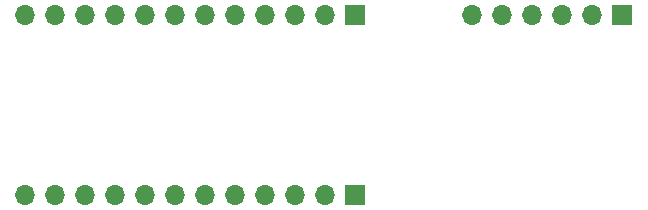
<source format=gbr>
%TF.GenerationSoftware,KiCad,Pcbnew,(6.0.0-0)*%
%TF.CreationDate,2022-07-05T21:18:16-04:00*%
%TF.ProjectId,VGA,5647412e-6b69-4636-9164-5f7063625858,rev?*%
%TF.SameCoordinates,Original*%
%TF.FileFunction,Soldermask,Bot*%
%TF.FilePolarity,Negative*%
%FSLAX46Y46*%
G04 Gerber Fmt 4.6, Leading zero omitted, Abs format (unit mm)*
G04 Created by KiCad (PCBNEW (6.0.0-0)) date 2022-07-05 21:18:16*
%MOMM*%
%LPD*%
G01*
G04 APERTURE LIST*
%ADD10R,1.700000X1.700000*%
%ADD11O,1.700000X1.700000*%
G04 APERTURE END LIST*
D10*
%TO.C,J1*%
X135636000Y-85598000D03*
D11*
X133096000Y-85598000D03*
X130556000Y-85598000D03*
X128016000Y-85598000D03*
X125476000Y-85598000D03*
X122936000Y-85598000D03*
X120396000Y-85598000D03*
X117856000Y-85598000D03*
X115316000Y-85598000D03*
X112776000Y-85598000D03*
X110236000Y-85598000D03*
X107696000Y-85598000D03*
%TD*%
D10*
%TO.C,J2*%
X135636000Y-70358000D03*
D11*
X133096000Y-70358000D03*
X130556000Y-70358000D03*
X128016000Y-70358000D03*
X125476000Y-70358000D03*
X122936000Y-70358000D03*
X120396000Y-70358000D03*
X117856000Y-70358000D03*
X115316000Y-70358000D03*
X112776000Y-70358000D03*
X110236000Y-70358000D03*
X107696000Y-70358000D03*
%TD*%
D10*
%TO.C,J3*%
X158242000Y-70358000D03*
D11*
X155702000Y-70358000D03*
X153162000Y-70358000D03*
X150622000Y-70358000D03*
X148082000Y-70358000D03*
X145542000Y-70358000D03*
%TD*%
M02*

</source>
